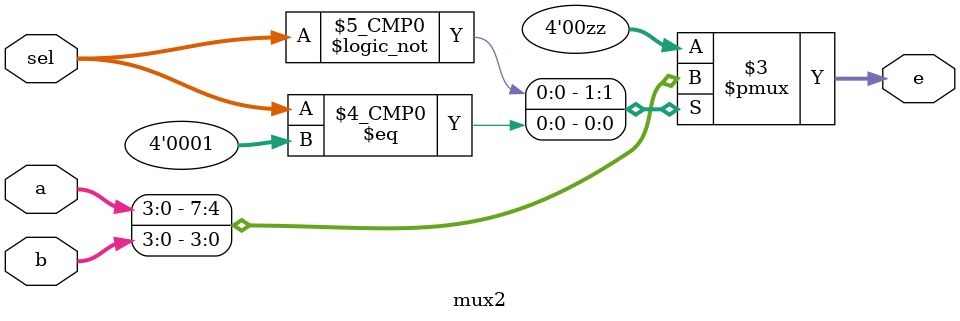
<source format=sv>
`timescale 1ns / 1ps


module mux2#(parameter N=4)(
    input logic [N-1:0] a,
    input logic [N-1:0] b,
    input logic [N-1:0] sel,
    output logic [N-1:0] e
    );
    
    parameter [1:0] A=1'b0;
    parameter [1:0] B=1'b1;
    
    always_comb
    
        case(sel)
        A: e=a;
        B: e=b;
        
        default: e=2'bzzzz;
      endcase
        
    
endmodule

</source>
